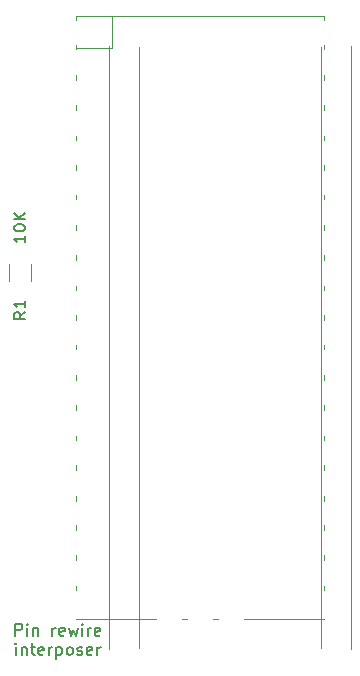
<source format=gbr>
%TF.GenerationSoftware,KiCad,Pcbnew,(5.1.9)-1*%
%TF.CreationDate,2021-10-31T23:11:17+08:00*%
%TF.ProjectId,PinRemapInterposer,50696e52-656d-4617-9049-6e746572706f,rev?*%
%TF.SameCoordinates,Original*%
%TF.FileFunction,Legend,Top*%
%TF.FilePolarity,Positive*%
%FSLAX46Y46*%
G04 Gerber Fmt 4.6, Leading zero omitted, Abs format (unit mm)*
G04 Created by KiCad (PCBNEW (5.1.9)-1) date 2021-10-31 23:11:17*
%MOMM*%
%LPD*%
G01*
G04 APERTURE LIST*
%ADD10C,0.150000*%
%ADD11C,0.120000*%
G04 APERTURE END LIST*
D10*
X127873571Y-161552380D02*
X127873571Y-160552380D01*
X128254523Y-160552380D01*
X128349761Y-160600000D01*
X128397380Y-160647619D01*
X128445000Y-160742857D01*
X128445000Y-160885714D01*
X128397380Y-160980952D01*
X128349761Y-161028571D01*
X128254523Y-161076190D01*
X127873571Y-161076190D01*
X128873571Y-161552380D02*
X128873571Y-160885714D01*
X128873571Y-160552380D02*
X128825952Y-160600000D01*
X128873571Y-160647619D01*
X128921190Y-160600000D01*
X128873571Y-160552380D01*
X128873571Y-160647619D01*
X129349761Y-160885714D02*
X129349761Y-161552380D01*
X129349761Y-160980952D02*
X129397380Y-160933333D01*
X129492619Y-160885714D01*
X129635476Y-160885714D01*
X129730714Y-160933333D01*
X129778333Y-161028571D01*
X129778333Y-161552380D01*
X131016428Y-161552380D02*
X131016428Y-160885714D01*
X131016428Y-161076190D02*
X131064047Y-160980952D01*
X131111666Y-160933333D01*
X131206904Y-160885714D01*
X131302142Y-160885714D01*
X132016428Y-161504761D02*
X131921190Y-161552380D01*
X131730714Y-161552380D01*
X131635476Y-161504761D01*
X131587857Y-161409523D01*
X131587857Y-161028571D01*
X131635476Y-160933333D01*
X131730714Y-160885714D01*
X131921190Y-160885714D01*
X132016428Y-160933333D01*
X132064047Y-161028571D01*
X132064047Y-161123809D01*
X131587857Y-161219047D01*
X132397380Y-160885714D02*
X132587857Y-161552380D01*
X132778333Y-161076190D01*
X132968809Y-161552380D01*
X133159285Y-160885714D01*
X133540238Y-161552380D02*
X133540238Y-160885714D01*
X133540238Y-160552380D02*
X133492619Y-160600000D01*
X133540238Y-160647619D01*
X133587857Y-160600000D01*
X133540238Y-160552380D01*
X133540238Y-160647619D01*
X134016428Y-161552380D02*
X134016428Y-160885714D01*
X134016428Y-161076190D02*
X134064047Y-160980952D01*
X134111666Y-160933333D01*
X134206904Y-160885714D01*
X134302142Y-160885714D01*
X135016428Y-161504761D02*
X134921190Y-161552380D01*
X134730714Y-161552380D01*
X134635476Y-161504761D01*
X134587857Y-161409523D01*
X134587857Y-161028571D01*
X134635476Y-160933333D01*
X134730714Y-160885714D01*
X134921190Y-160885714D01*
X135016428Y-160933333D01*
X135064047Y-161028571D01*
X135064047Y-161123809D01*
X134587857Y-161219047D01*
X127921190Y-163202380D02*
X127921190Y-162535714D01*
X127921190Y-162202380D02*
X127873571Y-162250000D01*
X127921190Y-162297619D01*
X127968809Y-162250000D01*
X127921190Y-162202380D01*
X127921190Y-162297619D01*
X128397380Y-162535714D02*
X128397380Y-163202380D01*
X128397380Y-162630952D02*
X128445000Y-162583333D01*
X128540238Y-162535714D01*
X128683095Y-162535714D01*
X128778333Y-162583333D01*
X128825952Y-162678571D01*
X128825952Y-163202380D01*
X129159285Y-162535714D02*
X129540238Y-162535714D01*
X129302142Y-162202380D02*
X129302142Y-163059523D01*
X129349761Y-163154761D01*
X129445000Y-163202380D01*
X129540238Y-163202380D01*
X130254523Y-163154761D02*
X130159285Y-163202380D01*
X129968809Y-163202380D01*
X129873571Y-163154761D01*
X129825952Y-163059523D01*
X129825952Y-162678571D01*
X129873571Y-162583333D01*
X129968809Y-162535714D01*
X130159285Y-162535714D01*
X130254523Y-162583333D01*
X130302142Y-162678571D01*
X130302142Y-162773809D01*
X129825952Y-162869047D01*
X130730714Y-163202380D02*
X130730714Y-162535714D01*
X130730714Y-162726190D02*
X130778333Y-162630952D01*
X130825952Y-162583333D01*
X130921190Y-162535714D01*
X131016428Y-162535714D01*
X131349761Y-162535714D02*
X131349761Y-163535714D01*
X131349761Y-162583333D02*
X131445000Y-162535714D01*
X131635476Y-162535714D01*
X131730714Y-162583333D01*
X131778333Y-162630952D01*
X131825952Y-162726190D01*
X131825952Y-163011904D01*
X131778333Y-163107142D01*
X131730714Y-163154761D01*
X131635476Y-163202380D01*
X131445000Y-163202380D01*
X131349761Y-163154761D01*
X132397380Y-163202380D02*
X132302142Y-163154761D01*
X132254523Y-163107142D01*
X132206904Y-163011904D01*
X132206904Y-162726190D01*
X132254523Y-162630952D01*
X132302142Y-162583333D01*
X132397380Y-162535714D01*
X132540238Y-162535714D01*
X132635476Y-162583333D01*
X132683095Y-162630952D01*
X132730714Y-162726190D01*
X132730714Y-163011904D01*
X132683095Y-163107142D01*
X132635476Y-163154761D01*
X132540238Y-163202380D01*
X132397380Y-163202380D01*
X133111666Y-163154761D02*
X133206904Y-163202380D01*
X133397380Y-163202380D01*
X133492619Y-163154761D01*
X133540238Y-163059523D01*
X133540238Y-163011904D01*
X133492619Y-162916666D01*
X133397380Y-162869047D01*
X133254523Y-162869047D01*
X133159285Y-162821428D01*
X133111666Y-162726190D01*
X133111666Y-162678571D01*
X133159285Y-162583333D01*
X133254523Y-162535714D01*
X133397380Y-162535714D01*
X133492619Y-162583333D01*
X134349761Y-163154761D02*
X134254523Y-163202380D01*
X134064047Y-163202380D01*
X133968809Y-163154761D01*
X133921190Y-163059523D01*
X133921190Y-162678571D01*
X133968809Y-162583333D01*
X134064047Y-162535714D01*
X134254523Y-162535714D01*
X134349761Y-162583333D01*
X134397380Y-162678571D01*
X134397380Y-162773809D01*
X133921190Y-162869047D01*
X134825952Y-163202380D02*
X134825952Y-162535714D01*
X134825952Y-162726190D02*
X134873571Y-162630952D01*
X134921190Y-162583333D01*
X135016428Y-162535714D01*
X135111666Y-162535714D01*
D11*
%TO.C,R1*%
X127360000Y-131537064D02*
X127360000Y-130082936D01*
X129180000Y-131537064D02*
X129180000Y-130082936D01*
%TO.C,U5*%
X144610000Y-160120000D02*
X145010000Y-160120000D01*
X142010000Y-160120000D02*
X142410000Y-160120000D01*
X154010000Y-160120000D02*
X147210000Y-160120000D01*
X154010000Y-149720000D02*
X154010000Y-150120000D01*
X154010000Y-142020000D02*
X154010000Y-142420000D01*
X154010000Y-116620000D02*
X154010000Y-117020000D01*
X154010000Y-109120000D02*
X154010000Y-109420000D01*
X154010000Y-131920000D02*
X154010000Y-132320000D01*
X154010000Y-147120000D02*
X154010000Y-147520000D01*
X154010000Y-126820000D02*
X154010000Y-127220000D01*
X154010000Y-121720000D02*
X154010000Y-122120000D01*
X154010000Y-134420000D02*
X154010000Y-134820000D01*
X154010000Y-139520000D02*
X154010000Y-139920000D01*
X154010000Y-154720000D02*
X154010000Y-155120000D01*
X154010000Y-157320000D02*
X154010000Y-157720000D01*
X154010000Y-152220000D02*
X154010000Y-152620000D01*
X154010000Y-119220000D02*
X154010000Y-119620000D01*
X154010000Y-111520000D02*
X154010000Y-111920000D01*
X154010000Y-114120000D02*
X154010000Y-114520000D01*
X154010000Y-144620000D02*
X154010000Y-145020000D01*
X154010000Y-136920000D02*
X154010000Y-137320000D01*
X154010000Y-129320000D02*
X154010000Y-129720000D01*
X154010000Y-124220000D02*
X154010000Y-124620000D01*
X133010000Y-157320000D02*
X133010000Y-157720000D01*
X133010000Y-154720000D02*
X133010000Y-155120000D01*
X133010000Y-152220000D02*
X133010000Y-152620000D01*
X133010000Y-149720000D02*
X133010000Y-150120000D01*
X133010000Y-147120000D02*
X133010000Y-147520000D01*
X133010000Y-144620000D02*
X133010000Y-145020000D01*
X133010000Y-142020000D02*
X133010000Y-142420000D01*
X133010000Y-139520000D02*
X133010000Y-139920000D01*
X133010000Y-136920000D02*
X133010000Y-137320000D01*
X133010000Y-134420000D02*
X133010000Y-134820000D01*
X133010000Y-131920000D02*
X133010000Y-132320000D01*
X133010000Y-129320000D02*
X133010000Y-129720000D01*
X133010000Y-126820000D02*
X133010000Y-127220000D01*
X133010000Y-124220000D02*
X133010000Y-124620000D01*
X133010000Y-121720000D02*
X133010000Y-122120000D01*
X133010000Y-119220000D02*
X133010000Y-119620000D01*
X133010000Y-116620000D02*
X133010000Y-117020000D01*
X133010000Y-114120000D02*
X133010000Y-114520000D01*
X133010000Y-111520000D02*
X133010000Y-111920000D01*
X133010000Y-109120000D02*
X133010000Y-109420000D01*
X136017000Y-111787000D02*
X136017000Y-109120000D01*
X133010000Y-111787000D02*
X136017000Y-111787000D01*
X139810000Y-160120000D02*
X133010000Y-160120000D01*
X133010000Y-109120000D02*
X154010000Y-109120000D01*
%TO.C,J1*%
X138320000Y-111700000D02*
X138320000Y-162620000D01*
X153780000Y-162620000D02*
X153780000Y-111700000D01*
X135830000Y-111640000D02*
X135830000Y-162680000D01*
X156270000Y-162680000D02*
X156270000Y-111640000D01*
%TO.C,R1*%
D10*
X128722380Y-134151666D02*
X128246190Y-134485000D01*
X128722380Y-134723095D02*
X127722380Y-134723095D01*
X127722380Y-134342142D01*
X127770000Y-134246904D01*
X127817619Y-134199285D01*
X127912857Y-134151666D01*
X128055714Y-134151666D01*
X128150952Y-134199285D01*
X128198571Y-134246904D01*
X128246190Y-134342142D01*
X128246190Y-134723095D01*
X128722380Y-133199285D02*
X128722380Y-133770714D01*
X128722380Y-133485000D02*
X127722380Y-133485000D01*
X127865238Y-133580238D01*
X127960476Y-133675476D01*
X128008095Y-133770714D01*
X128722380Y-127690476D02*
X128722380Y-128261904D01*
X128722380Y-127976190D02*
X127722380Y-127976190D01*
X127865238Y-128071428D01*
X127960476Y-128166666D01*
X128008095Y-128261904D01*
X127722380Y-127071428D02*
X127722380Y-126976190D01*
X127770000Y-126880952D01*
X127817619Y-126833333D01*
X127912857Y-126785714D01*
X128103333Y-126738095D01*
X128341428Y-126738095D01*
X128531904Y-126785714D01*
X128627142Y-126833333D01*
X128674761Y-126880952D01*
X128722380Y-126976190D01*
X128722380Y-127071428D01*
X128674761Y-127166666D01*
X128627142Y-127214285D01*
X128531904Y-127261904D01*
X128341428Y-127309523D01*
X128103333Y-127309523D01*
X127912857Y-127261904D01*
X127817619Y-127214285D01*
X127770000Y-127166666D01*
X127722380Y-127071428D01*
X128722380Y-126309523D02*
X127722380Y-126309523D01*
X128722380Y-125738095D02*
X128150952Y-126166666D01*
X127722380Y-125738095D02*
X128293809Y-126309523D01*
%TD*%
M02*

</source>
